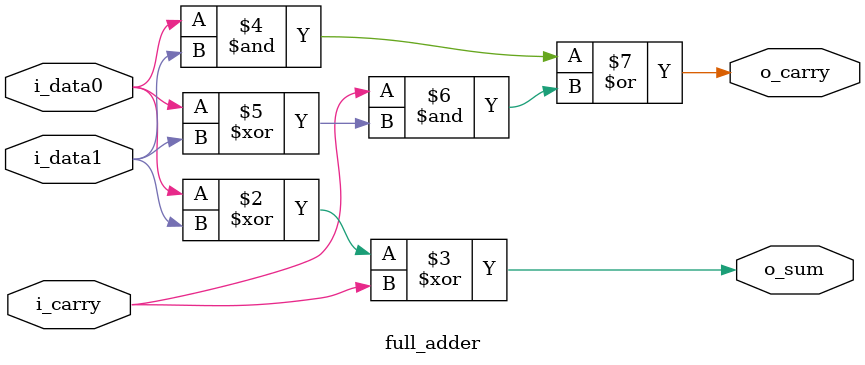
<source format=v>
module full_adder
(
    input wire i_carry,
    input wire i_data0,
    input wire i_data1,
    output reg o_sum,
    output reg o_carry
);

always @(*) begin
    o_sum = i_data0 ^ i_data1 ^ i_carry;
    o_carry = (i_data0 & i_data1) | (i_carry & (i_data0 ^ i_data1));
end

endmodule

</source>
